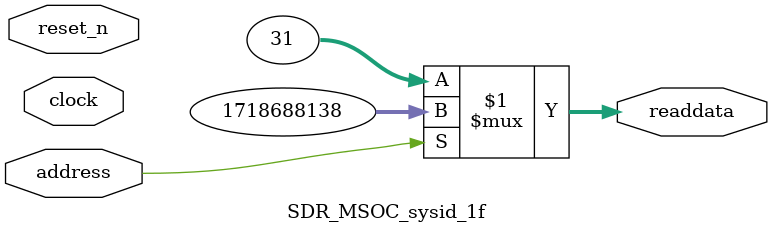
<source format=v>



// synthesis translate_off
`timescale 1ns / 1ps
// synthesis translate_on

// turn off superfluous verilog processor warnings 
// altera message_level Level1 
// altera message_off 10034 10035 10036 10037 10230 10240 10030 

module SDR_MSOC_sysid_1f (
               // inputs:
                address,
                clock,
                reset_n,

               // outputs:
                readdata
             )
;

  output  [ 31: 0] readdata;
  input            address;
  input            clock;
  input            reset_n;

  wire    [ 31: 0] readdata;
  //control_slave, which is an e_avalon_slave
  assign readdata = address ? 1718688138 : 31;

endmodule



</source>
